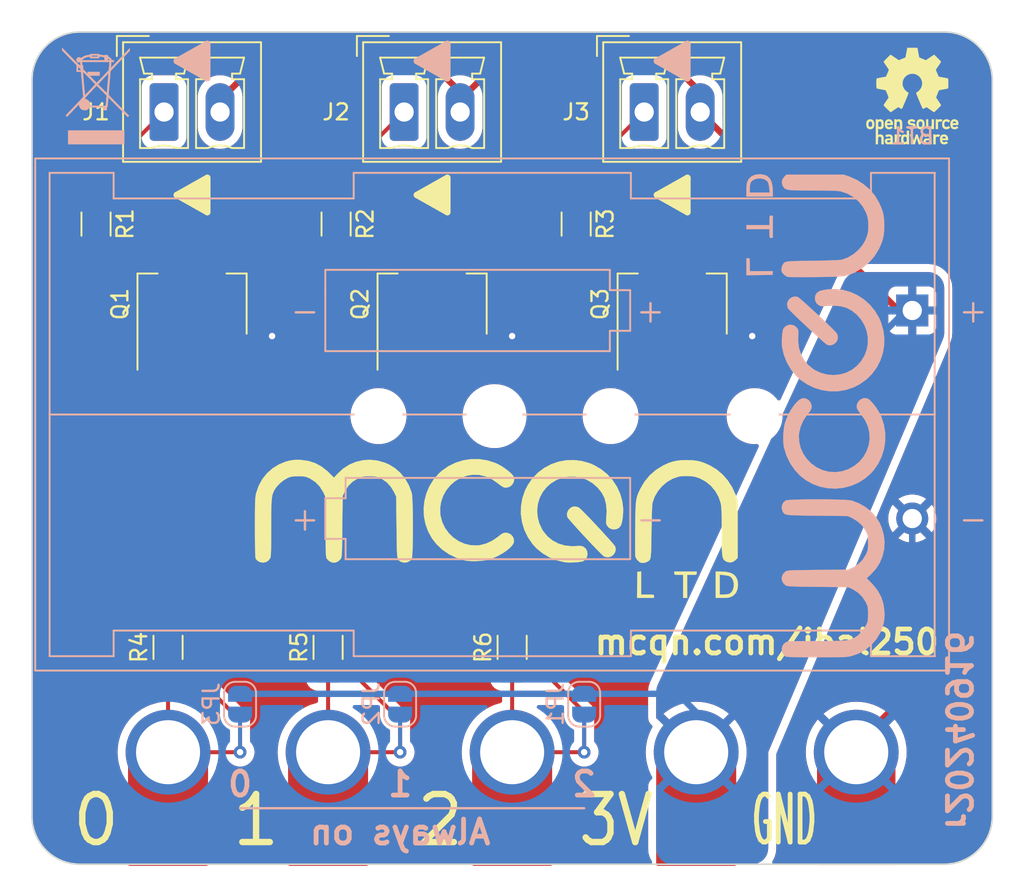
<source format=kicad_pcb>
(kicad_pcb (version 20221018) (generator pcbnew)
  (layers (0 "F.Cu" signal) (31 "B.Cu" signal) (34 "B.Paste" user) (35 "F.Paste" user) (36 "B.SilkS" user "B.Silkscreen") (37 "F.SilkS" user "F.Silkscreen") (38 "B.Mask" user) (39 "F.Mask" user) (44 "Edge.Cuts" user))
  (net 0 "")
  (net 1 "Net-(Q2-B)")
  (net 2 "Net-(Q3-B)")
  (net 3 "+3V0")
  (net 4 "GND")
  (net 5 "Net-(Q1-B)")
  (net 6 "Net-(Q1-C-Pad2)")
  (net 7 "Net-(Q2-C-Pad2)")
  (net 8 "Net-(Q3-C-Pad2)")
  (net 9 "Net-(J1-Pin_1)")
  (net 10 "Net-(J2-Pin_1)")
  (net 11 "Net-(J3-Pin_1)")
  (net 12 "Net-(JP3-B)")
  (net 13 "Net-(JP2-B)")
  (net 14 "Net-(JP1-B)")
  (footprint "Package_TO_SOT_SMD:SOT-223-3_TabPin2" (layer "F.Cu") (at 95 41 90)
    (fp_text reference "Q2" (at 0 -4.5 90) (layer "F.SilkS"))
    (fp_text value "BCP56")
    (pad "1" smd rect (at -3.15 -2.3 90) (size 2 1.5) (layers "F.Cu" "F.Paste" "F.Mask") (net 1 "Net-(Q2-B)"))
    (pad "2" smd rect (at -3.15 0 90) (size 2 1.5) (layers "F.Cu" "F.Paste" "F.Mask") (net 7 "Net-(Q2-C-Pad2)"))
    (pad "2" smd rect (at 3.15 0 90) (size 2 3.8) (layers "F.Cu" "F.Paste" "F.Mask") (net 7 "Net-(Q2-C-Pad2)"))
    (pad "3" smd rect (at -3.15 2.3 90) (size 2 1.5) (layers "F.Cu" "F.Paste" "F.Mask") (net 4 "GND"))
  )
  (footprint "Microbit-BoltConnector:Microbit Bolt Connector" (layer "F.Cu") (at 100 69)
    (fp_text reference "J4" hide)
    (fp_text value "~")
    (fp_text user "1" (at -16 6 unlocked) (layer "F.SilkS") (effects (font (size 3 3) (thickness 0.4) bold) (justify bottom)))
    (fp_text user "2" (at -4.5 6 unlocked) (layer "F.SilkS") (effects (font (size 3 3) (thickness 0.4) bold) (justify bottom)))
    (fp_text user "0" (at -26 6 unlocked) (layer "F.SilkS") (effects (font (size 3 3) (thickness 0.4) bold) (justify bottom)))
    (fp_text user "3V" (at 6.5 6 unlocked) (layer "F.SilkS") (effects (font (size 3 2.5) (thickness 0.4) bold) (justify bottom)))
    (fp_text user "GND" (at 17 6 unlocked) (layer "F.SilkS") (effects (font (size 3 1.3) (thickness 0.3) bold) (justify bottom)))
    (fp_rect (start -23.9 0.7112) (end -19.1 7) (stroke (width 0.2)) (fill solid) (layer "F.Cu"))
    (fp_rect (start -13.9 0.7366) (end -9.1 7) (stroke (width 0.2)) (fill solid) (layer "F.Cu"))
    (fp_rect (start -2.4 0.762) (end 2.4 7) (stroke (width 0.2)) (fill solid) (layer "F.Cu"))
    (fp_rect (start 9.1 0.7366) (end 13.9 7) (stroke (width 0.2)) (fill solid) (layer "F.Cu"))
    (fp_rect (start 19.1 0.8382) (end 23.9 7) (stroke (width 0.1)) (fill solid) (layer "F.Cu"))
    (pad "0" thru_hole circle (at -21.5 0) (size 5.3 5.3) (drill 4) (layers "*.Cu" "*.Mask") (net 12 "Net-(JP3-B)"))
    (pad "1" thru_hole circle (at -11.5 0) (size 5.3 5.3) (drill 4) (layers "*.Cu" "*.Mask") (net 13 "Net-(JP2-B)"))
    (pad "2" thru_hole circle (at 0 0) (size 5.3 5.3) (drill 4) (layers "*.Cu" "*.Mask") (net 14 "Net-(JP1-B)"))
    (pad "3" thru_hole circle (at 11.5 0) (size 5.3 5.3) (drill 4) (layers "*.Cu" "*.Mask") (net 3 "+3V0"))
    (pad "4" thru_hole circle (at 21.5 0) (size 5.3 5.3) (drill 4) (layers "*.Cu" "*.Mask") (net 4 "GND"))
  )
  (footprint "Resistor_SMD:R_1206_3216Metric_Pad1.30x1.75mm_HandSolder" (layer "F.Cu") (at 78.5 62.45 90)
    (fp_text reference "R4" (at 0 -1.82 90) (layer "F.SilkS"))
    (fp_text value "R_Small")
    (pad "1" smd roundrect (at -1.55 0 90) (size 1.3 1.75) (layers "F.Cu" "F.Paste" "F.Mask") (roundrect_rratio 0.1923076923) (net 12 "Net-(JP3-B)"))
    (pad "2" smd roundrect (at 1.55 0 90) (size 1.3 1.75) (layers "F.Cu" "F.Paste" "F.Mask") (roundrect_rratio 0.1923076923) (net 5 "Net-(Q1-B)"))
  )
  (footprint "Resistor_SMD:R_1206_3216Metric_Pad1.30x1.75mm_HandSolder" (layer "F.Cu") (at 89 36 -90)
    (fp_text reference "R2" (at 0 -1.82 90) (layer "F.SilkS"))
    (fp_text value "R_Small")
    (pad "1" smd roundrect (at -1.55 0 270) (size 1.3 1.75) (layers "F.Cu" "F.Paste" "F.Mask") (roundrect_rratio 0.1923076923) (net 10 "Net-(J2-Pin_1)"))
    (pad "2" smd roundrect (at 1.55 0 270) (size 1.3 1.75) (layers "F.Cu" "F.Paste" "F.Mask") (roundrect_rratio 0.1923076923) (net 7 "Net-(Q2-C-Pad2)"))
  )
  (footprint "MCQN:mcqn-logo-30mm" (layer "F.Cu") (at 99 55)
    (fp_text reference "G***" hide)
    (fp_text value "LOGO" hide)
  )
  (footprint "Connector_Phoenix_MC:PhoenixContact_MCV_1,5_2-G-3.5_1x02_P3.50mm_Vertical" (layer "F.Cu") (at 108.25 29)
    (fp_text reference "J3" (at -4.25 0) (layer "F.SilkS"))
    (fp_text value "Conn_01x02_Socket")
    (pad "1" thru_hole roundrect (at 0 0) (size 1.8 3.6) (drill 1.2) (layers "*.Cu" "*.Mask") (roundrect_rratio 0.1388888889) (net 11 "Net-(J3-Pin_1)"))
    (pad "2" thru_hole oval (at 3.5 0) (size 1.8 3.6) (drill 1.2) (layers "*.Cu" "*.Mask") (net 3 "+3V0"))
  )
  (footprint "Symbol:OSHW-Logo_5.7x6mm_SilkScreen" (layer "F.Cu") (at 125 28)
    (fp_text reference "REF**" hide)
    (fp_text value "OSHW-Logo_5.7x6mm_SilkScreen" hide)
  )
  (footprint "Resistor_SMD:R_1206_3216Metric_Pad1.30x1.75mm_HandSolder" (layer "F.Cu") (at 74 36 -90)
    (fp_text reference "R1" (at 0 -1.82 90) (layer "F.SilkS"))
    (fp_text value "R_Small")
    (pad "1" smd roundrect (at -1.55 0 270) (size 1.3 1.75) (layers "F.Cu" "F.Paste" "F.Mask") (roundrect_rratio 0.1923076923) (net 9 "Net-(J1-Pin_1)"))
    (pad "2" smd roundrect (at 1.55 0 270) (size 1.3 1.75) (layers "F.Cu" "F.Paste" "F.Mask") (roundrect_rratio 0.1923076923) (net 6 "Net-(Q1-C-Pad2)"))
  )
  (footprint "Resistor_SMD:R_1206_3216Metric_Pad1.30x1.75mm_HandSolder" (layer "F.Cu") (at 100 62.45 90)
    (fp_text reference "R6" (at 0 -1.82 90) (layer "F.SilkS"))
    (fp_text value "R_Small")
    (pad "1" smd roundrect (at -1.55 0 90) (size 1.3 1.75) (layers "F.Cu" "F.Paste" "F.Mask") (roundrect_rratio 0.1923076923) (net 14 "Net-(JP1-B)"))
    (pad "2" smd roundrect (at 1.55 0 90) (size 1.3 1.75) (layers "F.Cu" "F.Paste" "F.Mask") (roundrect_rratio 0.1923076923) (net 2 "Net-(Q3-B)"))
  )
  (footprint "Package_TO_SOT_SMD:SOT-223-3_TabPin2" (layer "F.Cu") (at 80 41 90)
    (fp_text reference "Q1" (at 0 -4.5 90) (layer "F.SilkS"))
    (fp_text value "BCP56")
    (pad "1" smd rect (at -3.15 -2.3 90) (size 2 1.5) (layers "F.Cu" "F.Paste" "F.Mask") (net 5 "Net-(Q1-B)"))
    (pad "2" smd rect (at -3.15 0 90) (size 2 1.5) (layers "F.Cu" "F.Paste" "F.Mask") (net 6 "Net-(Q1-C-Pad2)"))
    (pad "2" smd rect (at 3.15 0 90) (size 2 3.8) (layers "F.Cu" "F.Paste" "F.Mask") (net 6 "Net-(Q1-C-Pad2)"))
    (pad "3" smd rect (at -3.15 2.3 90) (size 2 1.5) (layers "F.Cu" "F.Paste" "F.Mask") (net 4 "GND"))
  )
  (footprint "Connector_Phoenix_MC:PhoenixContact_MCV_1,5_2-G-3.5_1x02_P3.50mm_Vertical" (layer "F.Cu") (at 78.25 29)
    (fp_text reference "J1" (at -4.25 0) (layer "F.SilkS"))
    (fp_text value "Conn_01x02_Socket")
    (pad "1" thru_hole roundrect (at 0 0) (size 1.8 3.6) (drill 1.2) (layers "*.Cu" "*.Mask") (roundrect_rratio 0.1388888889) (net 9 "Net-(J1-Pin_1)"))
    (pad "2" thru_hole oval (at 3.5 0) (size 1.8 3.6) (drill 1.2) (layers "*.Cu" "*.Mask") (net 3 "+3V0"))
  )
  (footprint "Connector_Phoenix_MC:PhoenixContact_MCV_1,5_2-G-3.5_1x02_P3.50mm_Vertical" (layer "F.Cu") (at 93.25 29)
    (fp_text reference "J2" (at -4.25 0) (layer "F.SilkS"))
    (fp_text value "Conn_01x02_Socket")
    (pad "1" thru_hole roundrect (at 0 0) (size 1.8 3.6) (drill 1.2) (layers "*.Cu" "*.Mask") (roundrect_rratio 0.1388888889) (net 10 "Net-(J2-Pin_1)"))
    (pad "2" thru_hole oval (at 3.5 0) (size 1.8 3.6) (drill 1.2) (layers "*.Cu" "*.Mask") (net 3 "+3V0"))
  )
  (footprint "Resistor_SMD:R_1206_3216Metric_Pad1.30x1.75mm_HandSolder" (layer "F.Cu") (at 104 36 -90)
    (fp_text reference "R3" (at 0 -1.82 90) (layer "F.SilkS"))
    (fp_text value "R_Small")
    (pad "1" smd roundrect (at -1.55 0 270) (size 1.3 1.75) (layers "F.Cu" "F.Paste" "F.Mask") (roundrect_rratio 0.1923076923) (net 11 "Net-(J3-Pin_1)"))
    (pad "2" smd roundrect (at 1.55 0 270) (size 1.3 1.75) (layers "F.Cu" "F.Paste" "F.Mask") (roundrect_rratio 0.1923076923) (net 8 "Net-(Q3-C-Pad2)"))
  )
  (footprint "Resistor_SMD:R_1206_3216Metric_Pad1.30x1.75mm_HandSolder" (layer "F.Cu") (at 88.5 62.45 90)
    (fp_text reference "R5" (at 0 -1.82 90) (layer "F.SilkS"))
    (fp_text value "R_Small")
    (pad "1" smd roundrect (at -1.55 0 90) (size 1.3 1.75) (layers "F.Cu" "F.Paste" "F.Mask") (roundrect_rratio 0.1923076923) (net 13 "Net-(JP2-B)"))
    (pad "2" smd roundrect (at 1.55 0 90) (size 1.3 1.75) (layers "F.Cu" "F.Paste" "F.Mask") (roundrect_rratio 0.1923076923) (net 1 "Net-(Q2-B)"))
  )
  (footprint "Package_TO_SOT_SMD:SOT-223-3_TabPin2" (layer "F.Cu") (at 110 41 90)
    (fp_text reference "Q3" (at 0 -4.5 90) (layer "F.SilkS"))
    (fp_text value "BCP56")
    (pad "1" smd rect (at -3.15 -2.3 90) (size 2 1.5) (layers "F.Cu" "F.Paste" "F.Mask") (net 2 "Net-(Q3-B)"))
    (pad "2" smd rect (at -3.15 0 90) (size 2 1.5) (layers "F.Cu" "F.Paste" "F.Mask") (net 8 "Net-(Q3-C-Pad2)"))
    (pad "2" smd rect (at 3.15 0 90) (size 2 3.8) (layers "F.Cu" "F.Paste" "F.Mask") (net 8 "Net-(Q3-C-Pad2)"))
    (pad "3" smd rect (at -3.15 2.3 90) (size 2 1.5) (layers "F.Cu" "F.Paste" "F.Mask") (net 4 "GND"))
  )
  (footprint "Jumper:SolderJumper-2_P1.3mm_Open_RoundedPad1.0x1.5mm" (layer "B.Cu") (at 93 66 -90)
    (fp_text reference "JP2" (at 0 1.8 -270) (layer "B.SilkS") (effects (justify mirror)))
    (fp_text value "SolderJumper_2_Open")
    (pad "1" smd custom (at -0.65 0 270) (size 1 0.5) (layers "B.Cu" "B.Mask") (net 3 "+3V0") (options (clearance outline) (anchor rect)) (primitives (gr_circle (center 0 -0.25) (end 0.5 -0.25) (width 0) (fill yes)) (gr_circle (center 0 0.25) (end 0.5 0.25) (width 0) (fill yes)) (gr_poly (pts (xy 0.5 -0.75) (xy 0 -0.75) (xy 0 0.75) (xy 0.5 0.75)) (width 0) (fill yes))))
    (pad "2" smd custom (at 0.65 0 270) (size 1 0.5) (layers "B.Cu" "B.Mask") (net 13 "Net-(JP2-B)") (options (clearance outline) (anchor rect)) (primitives (gr_circle (center 0 -0.25) (end 0.5 -0.25) (width 0) (fill yes)) (gr_circle (center 0 0.25) (end 0.5 0.25) (width 0) (fill yes)) (gr_poly (pts (xy 0 -0.75) (xy -0.5 -0.75) (xy -0.5 0.75) (xy 0 0.75)) (width 0) (fill yes))))
  )
  (footprint "Battery-2xAA-Multicomp-MP000325:BatteryHolder_Multicomp_MP000325_2xAA" (layer "B.Cu") (at 125 41.4 180)
    (fp_text reference "BT1" (at 0 10.8966) (layer "B.SilkS") (effects (justify mirror)))
    (fp_text value "Battery")
    (fp_text user "+" (at 37.945 -13) (layer "B.SilkS") (effects (font (size 1.5 1.5)) (justify mirror)))
    (fp_text user "-" (at 37.945 0) (layer "B.SilkS") (effects (font (size 1.5 1.5)) (justify mirror)))
    (fp_text user "-" (at 16.355 -13) (layer "B.SilkS") (effects (font (size 1.5 1.5)) (justify mirror)))
    (fp_text user "+" (at -3.81 0) (layer "B.SilkS") (effects (font (size 1.5 1.5)) (justify mirror)))
    (fp_text user "+" (at 16.355 0) (layer "B.SilkS") (effects (font (size 1.5 1.5)) (justify mirror)))
    (fp_text user "-" (at -3.81 -13) (layer "B.SilkS") (effects (font (size 1.5 1.5)) (justify mirror)))
    (pad "" np_thru_hole circle (at 9.85 -6.6 180) (size 3 3) (drill 3) (layers "F&B.Cu" "*.Mask"))
    (pad "" np_thru_hole circle (at 18.85 -6.6 180) (size 3 3) (drill 3) (layers "F&B.Cu" "*.Mask"))
    (pad "" np_thru_hole circle (at 26.1 -6.6 180) (size 3.5 3.5) (drill 3.5) (layers "F&B.Cu" "*.Mask"))
    (pad "" np_thru_hole circle (at 33.35 -6.6 180) (size 3 3) (drill 3) (layers "F&B.Cu" "*.Mask"))
    (pad "1" thru_hole rect (at 0 0 180) (size 2 2) (drill 1.2) (layers "*.Cu" "*.Mask") (net 3 "+3V0"))
    (pad "2" thru_hole circle (at 0 -13 180) (size 2 2) (drill 1.2) (layers "*.Cu" "*.Mask") (net 4 "GND"))
  )
  (footprint "Jumper:SolderJumper-2_P1.3mm_Open_RoundedPad1.0x1.5mm" (layer "B.Cu") (at 104.5 66 -90)
    (fp_text reference "JP1" (at 0 1.8 -270) (layer "B.SilkS") (effects (justify mirror)))
    (fp_text value "SolderJumper_2_Open")
    (pad "1" smd custom (at -0.65 0 270) (size 1 0.5) (layers "B.Cu" "B.Mask") (net 3 "+3V0") (options (clearance outline) (anchor rect)) (primitives (gr_circle (center 0 -0.25) (end 0.5 -0.25) (width 0) (fill yes)) (gr_circle (center 0 0.25) (end 0.5 0.25) (width 0) (fill yes)) (gr_poly (pts (xy 0.5 -0.75) (xy 0 -0.75) (xy 0 0.75) (xy 0.5 0.75)) (width 0) (fill yes))))
    (pad "2" smd custom (at 0.65 0 270) (size 1 0.5) (layers "B.Cu" "B.Mask") (net 14 "Net-(JP1-B)") (options (clearance outline) (anchor rect)) (primitives (gr_circle (center 0 -0.25) (end 0.5 -0.25) (width 0) (fill yes)) (gr_circle (center 0 0.25) (end 0.5 0.25) (width 0) (fill yes)) (gr_poly (pts (xy 0 -0.75) (xy -0.5 -0.75) (xy -0.5 0.75) (xy 0 0.75)) (width 0) (fill yes))))
  )
  (footprint "MCQN:mcqn-logo-30mm" (layer "B.Cu") (at 119 48 90)
    (fp_text reference "G***" hide)
    (fp_text value "LOGO" hide)
  )
  (footprint "Jumper:SolderJumper-2_P1.3mm_Open_RoundedPad1.0x1.5mm" (layer "B.Cu") (at 83 66 -90)
    (fp_text reference "JP3" (at 0 1.8 -270) (layer "B.SilkS") (effects (justify mirror)))
    (fp_text value "SolderJumper_2_Open")
    (pad "1" smd custom (at -0.65 0 270) (size 1 0.5) (layers "B.Cu" "B.Mask") (net 3 "+3V0") (options (clearance outline) (anchor rect)) (primitives (gr_circle (center 0 -0.25) (end 0.5 -0.25) (width 0) (fill yes)) (gr_circle (center 0 0.25) (end 0.5 0.25) (width 0) (fill yes)) (gr_poly (pts (xy 0.5 -0.75) (xy 0 -0.75) (xy 0 0.75) (xy 0.5 0.75)) (width 0) (fill yes))))
    (pad "2" smd custom (at 0.65 0 270) (size 1 0.5) (layers "B.Cu" "B.Mask") (net 12 "Net-(JP3-B)") (options (clearance outline) (anchor rect)) (primitives (gr_circle (center 0 -0.25) (end 0.5 -0.25) (width 0) (fill yes)) (gr_circle (center 0 0.25) (end 0.5 0.25) (width 0) (fill yes)) (gr_poly (pts (xy 0 -0.75) (xy -0.5 -0.75) (xy -0.5 0.75) (xy 0 0.75)) (width 0) (fill yes))))
  )
  (footprint "Symbol:WEEE-Logo_4.2x6mm_SilkScreen" (layer "B.Cu") (at 74 28 180)
    (fp_text reference "REF**" hide)
    (fp_text value "WEEE-Logo_4.2x6mm_SilkScreen" hide)
  )
  (gr_line (start 93 72.5) (end 104.5 72.5) (stroke (width 0.15)) (layer "B.SilkS"))
  (gr_line (start 83 72.5) (end 93 72.5) (stroke (width 0.15)) (layer "B.SilkS"))
  (gr_arc (start 127 24) (mid 129.12132 24.87868) (end 130 27) (stroke (width 0.1)) (layer "Edge.Cuts"))
  (gr_arc (start 130 73) (mid 129.12132 75.12132) (end 127 76) (stroke (width 0.1)) (layer "Edge.Cuts"))
  (gr_arc (start 73 76) (mid 70.87868 75.12132) (end 70 73) (stroke (width 0.1)) (layer "Edge.Cuts"))
  (gr_line (start 70 73) (end 70 27) (stroke (width 0.1)) (layer "Edge.Cuts"))
  (gr_line (start 73 24) (end 127 24) (stroke (width 0.1)) (layer "Edge.Cuts"))
  (gr_line (start 130 27) (end 130 73) (stroke (width 0.1)) (layer "Edge.Cuts"))
  (gr_arc (start 70 27) (mid 70.87868 24.87868) (end 73 24) (stroke (width 0.1)) (layer "Edge.Cuts"))
  (gr_line (start 127 76) (end 73 76) (stroke (width 0.1)) (layer "Edge.Cuts"))
  (gr_text "0" (at 83 71) (layer "B.SilkS") (effects (font (size 1.5 1.5) (thickness 0.3)) (justify mirror)))
  (gr_text "2" (at 104.5 71) (layer "B.SilkS") (effects (font (size 1.5 1.5) (thickness 0.3)) (justify mirror)))
  (gr_text "◀" (at 95 26 180) (layer "B.SilkS") (effects (font (size 2.5 2.5) (thickness 0.4)) (justify mirror)))
  (gr_text "◀" (at 80 26 180) (layer "B.SilkS") (effects (font (size 2.5 2.5) (thickness 0.4)) (justify mirror)))
  (gr_text "◀" (at 110 26 180) (layer "B.SilkS") (effects (font (size 2.5 2.5) (thickness 0.4)) (justify mirror)))
  (gr_text "Always on" (at 93 74) (layer "B.SilkS") (effects (font (size 1.5 1.5) (thickness 0.3) bold) (justify mirror)))
  (gr_text "1" (at 93 71) (layer "B.SilkS") (effects (font (size 1.5 1.5) (thickness 0.3)) (justify mirror)))
  (gr_text "r20240916" (at 127 74 270) (layer "B.SilkS") (effects (font (size 1.5 1.5) (thickness 0.3) bold) (justify left bottom mirror)))
  (gr_text "◀" (at 80 34) (layer "F.SilkS") (effects (font (size 2.5 2.5) (thickness 0.4))))
  (gr_text "mcqn.com/ibal250" (at 105 63) (layer "F.SilkS") (effects (font (size 1.5 1.5) (thickness 0.3) bold) (justify left bottom)))
  (gr_text "◀" (at 110 34) (layer "F.SilkS") (effects (font (size 2.5 2.5) (thickness 0.4))))
  (gr_text "◀" (at 95 34) (layer "F.SilkS") (effects (font (size 2.5 2.5) (thickness 0.4))))
  (segment (start 88.5 46.5) (end 88.5 60.9) (width 0.25) (layer "F.Cu") (net 1))
  (segment (start 90.85 44.15) (end 88.5 46.5) (width 0.25) (layer "F.Cu") (net 1))
  (segment (start 92.7 44.15) (end 90.85 44.15) (width 0.25) (layer "F.Cu") (net 1))
  (segment (start 107.7 44.15) (end 105.85 44.15) (width 0.25) (layer "F.Cu") (net 2))
  (segment (start 103 57) (end 100 60) (width 0.25) (layer "F.Cu") (net 2))
  (segment (start 100 60) (end 100 60.9) (width 0.25) (layer "F.Cu") (net 2))
  (segment (start 103 47) (end 103 57) (width 0.25) (layer "F.Cu") (net 2))
  (segment (start 105.85 44.15) (end 103 47) (width 0.25) (layer "F.Cu") (net 2))
  (segment (start 81.75 28.25) (end 81.75 29) (width 0.4) (layer "F.Cu") (net 3))
  (segment (start 95 26) (end 84 26) (width 0.4) (layer "F.Cu") (net 3))
  (segment (start 125 41.4) (end 124.15 41.4) (width 0.4) (layer "F.Cu") (net 3))
  (segment (start 96.75 28.25) (end 96.75 29) (width 0.4) (layer "F.Cu") (net 3))
  (segment (start 112 68.5) (end 111.5 68.5) (width 0.4) (layer "F.Cu") (net 3))
  (segment (start 125 44) (end 116 53) (width 0.4) (layer "F.Cu") (net 3))
  (segment (start 96.75 27.75) (end 95 26) (width 0.4) (layer "F.Cu") (net 3))
  (segment (start 116 53) (end 116 64.5) (width 0.4) (layer "F.Cu") (net 3))
  (segment (start 111.75 29) (end 111.75 27.75) (width 0.4) (layer "F.Cu") (net 3))
  (segment (start 124.15 41.4) (end 111.75 29) (width 0.4) (layer "F.Cu") (net 3))
  (segment (start 111.75 27.75) (end 110 26) (width 0.4) (layer "F.Cu") (net 3))
  (segment (start 99 26) (end 96.75 28.25) (width 0.4) (layer "F.Cu") (net 3))
  (segment (start 84 26) (end 81.75 28.25) (width 0.4) (layer "F.Cu") (net 3))
  (segment (start 110 26) (end 99 26) (width 0.4) (layer "F.Cu") (net 3))
  (segment (start 111.925 68.575) (end 111.5 68.575) (width 0.25) (layer "F.Cu") (net 3))
  (segment (start 125 41.4) (end 125 44) (width 0.4) (layer "F.Cu") (net 3))
  (segment (start 116 64.5) (end 112 68.5) (width 0.4) (layer "F.Cu") (net 3))
  (segment (start 96.75 29) (end 96.75 27.75) (width 0.4) (layer "F.Cu") (net 3))
  (segment (start 110.35 65.35) (end 111.5 66.5) (width 0.4) (layer "B.Cu") (net 3))
  (segment (start 111.5 66.5) (end 111.5 69) (width 0.4) (layer "B.Cu") (net 3))
  (segment (start 104.5 65.35) (end 110.35 65.35) (width 0.4) (layer "B.Cu") (net 3))
  (segment (start 110.35 65.35) (end 120 55.7) (width 0.4) (layer "B.Cu") (net 3))
  (segment (start 120 55.7) (end 120 46) (width 0.4) (layer "B.Cu") (net 3))
  (segment (start 124.6 41.4) (end 125 41.4) (width 0.4) (layer "B.Cu") (net 3))
  (segment (start 93 65.35) (end 83 65.35) (width 0.4) (layer "B.Cu") (net 3))
  (segment (start 120 46) (end 124.6 41.4) (width 0.4) (layer "B.Cu") (net 3))
  (segment (start 93 65.35) (end 104.5 65.35) (width 0.4) (layer "B.Cu") (net 3))
  (segment (start 115 43) (end 113.85 44.15) (width 0.4) (layer "F.Cu") (net 4))
  (segment (start 98.85 44.15) (end 100 43) (width 0.4) (layer "F.Cu") (net 4))
  (segment (start 82.3 44.15) (end 83.85 44.15) (width 0.4) (layer "F.Cu") (net 4))
  (segment (start 125 54.4) (end 125 65.05) (width 0.4) (layer "F.Cu") (net 4))
  (segment (start 97.3 44.15) (end 98.85 44.15) (width 0.4) (layer "F.Cu") (net 4))
  (segment (start 113.85 44.15) (end 112.3 44.15) (width 0.4) (layer "F.Cu") (net 4))
  (segment (start 125 65.05) (end 121.5 68.55) (width 0.4) (layer "F.Cu") (net 4))
  (segment (start 83.85 44.15) (end 85 43) (width 0.4) (layer "F.Cu") (net 4))
  (via (at 85 43) (size 0.8) (drill 0.4) (layers "F.Cu" "B.Cu") (net 4))
  (via (at 115 43) (size 0.8) (drill 0.4) (layers "F.Cu" "B.Cu") (net 4))
  (via (at 100 43) (size 0.8) (drill 0.4) (layers "F.Cu" "B.Cu") (net 4))
  (segment (start 125 65.5) (end 121.5 69) (width 0.4) (layer "B.Cu") (net 4))
  (segment (start 85 43) (end 100 43) (width 0.4) (layer "B.Cu") (net 4))
  (segment (start 125 54.4) (end 125 65.5) (width 0.4) (layer "B.Cu") (net 4))
  (segment (start 100 43) (end 115 43) (width 0.4) (layer "B.Cu") (net 4))
  (segment (start 77.7 44.15) (end 77.7 60.1) (width 0.25) (layer "F.Cu") (net 5))
  (segment (start 77.7 60.1) (end 78.5 60.9) (width 0.25) (layer "F.Cu") (net 5))
  (segment (start 74 37.55) (end 74.3 37.85) (width 0.25) (layer "F.Cu") (net 6))
  (segment (start 74.3 37.85) (end 80 37.85) (width 0.25) (layer "F.Cu") (net 6))
  (segment (start 80 37.85) (end 80 44.15) (width 0.25) (layer "F.Cu") (net 6))
  (segment (start 89 37.55) (end 89.3 37.85) (width 0.25) (layer "F.Cu") (net 7))
  (segment (start 89.3 37.85) (end 95 37.85) (width 0.25) (layer "F.Cu") (net 7))
  (segment (start 95 37.85) (end 95 44.15) (width 0.25) (layer "F.Cu") (net 7))
  (segment (start 110 37.85) (end 110 44.15) (width 0.25) (layer "F.Cu") (net 8))
  (segment (start 104 37.55) (end 104.3 37.85) (width 0.25) (layer "F.Cu") (net 8))
  (segment (start 104.3 37.85) (end 110 37.85) (width 0.25) (layer "F.Cu") (net 8))
  (segment (start 74 34.45) (end 74 33.25) (width 0.25) (layer "F.Cu") (net 9))
  (segment (start 74 33.25) (end 78.25 29) (width 0.25) (layer "F.Cu") (net 9))
  (segment (start 89 33.25) (end 93.25 29) (width 0.25) (layer "F.Cu") (net 10))
  (segment (start 89 34.45) (end 89 33.25) (width 0.25) (layer "F.Cu") (net 10))
  (segment (start 104 34.45) (end 104 33.25) (width 0.25) (layer "F.Cu") (net 11))
  (segment (start 104 33.25) (end 108.25 29) (width 0.25) (layer "F.Cu") (net 11))
  (segment (start 83 69) (end 83 67) (width 0.25) (layer "F.Cu") (net 12))
  (segment (start 78.5 64) (end 78.5 68.575) (width 0.25) (layer "F.Cu") (net 12))
  (segment (start 78.5 69) (end 83 69) (width 0.25) (layer "F.Cu") (net 12))
  (segment (start 83 67) (end 80 64) (width 0.25) (layer "F.Cu") (net 12))
  (segment (start 80 64) (end 78.5 64) (width 0.25) (layer "F.Cu") (net 12))
  (via (at 83 69) (size 0.8) (drill 0.4) (layers "F.Cu" "B.Cu") (net 12))
  (segment (start 83 66.65) (end 83 69) (width 0.25) (layer "B.Cu") (net 12))
  (segment (start 93 67) (end 90 64) (width 0.25) (layer "F.Cu") (net 13))
  (segment (start 88.5 69) (end 93 69) (width 0.25) (layer "F.Cu") (net 13))
  (segment (start 88.5 64) (end 88.5 68.575) (width 0.25) (layer "F.Cu") (net 13))
  (segment (start 90 64) (end 88.5 64) (width 0.25) (layer "F.Cu") (net 13))
  (segment (start 93 69) (end 93 67) (width 0.25) (layer "F.Cu") (net 13))
  (via (at 93 69) (size 0.8) (drill 0.4) (layers "F.Cu" "B.Cu") (net 13))
  (segment (start 93 69) (end 93 66.65) (width 0.25) (layer "B.Cu") (net 13))
  (segment (start 102 64) (end 100 64) (width 0.25) (layer "F.Cu") (net 14))
  (segment (start 100 69) (end 104.5 69) (width 0.25) (layer "F.Cu") (net 14))
  (segment (start 104.5 66.5) (end 102 64) (width 0.25) (layer "F.Cu") (net 14))
  (segment (start 100 69) (end 100 64) (width 0.25) (layer "F.Cu") (net 14))
  (segment (start 104.5 69) (end 104.5 66.5) (width 0.25) (layer "F.Cu") (net 14))
  (via (at 104.5 69) (size 0.8) (drill 0.4) (layers "F.Cu" "B.Cu") (net 14))
  (segment (start 104.5 66.65) (end 104.5 69) (width 0.25) (layer "B.Cu") (net 14))
  (zone (net 4) (net_name "GND") (layers "F&B.Cu") (connect_pads (clearance 0.5)) (min_thickness 0.25) (fill yes (thermal_gap 0.5) (thermal_bridge_width 0.5) (smoothing fillet) (radius 1))
    (polygon (pts (xy 68 22) (xy 68 78) (xy 132 78) (xy 132 22)))
  )
  (zone (net 3) (net_name "+3V0") (layers "F&B.Cu") (priority 1) (connect_pads (clearance 0.5)) (min_thickness 0.25) (fill yes (thermal_gap 0.5) (thermal_bridge_width 0.5) (smoothing fillet) (radius 1))
    (polygon (pts (xy 127 39) (xy 121 39) (xy 109 65) (xy 109 76) (xy 116 76) (xy 116 69) (xy 127 43)))
  )
)
</source>
